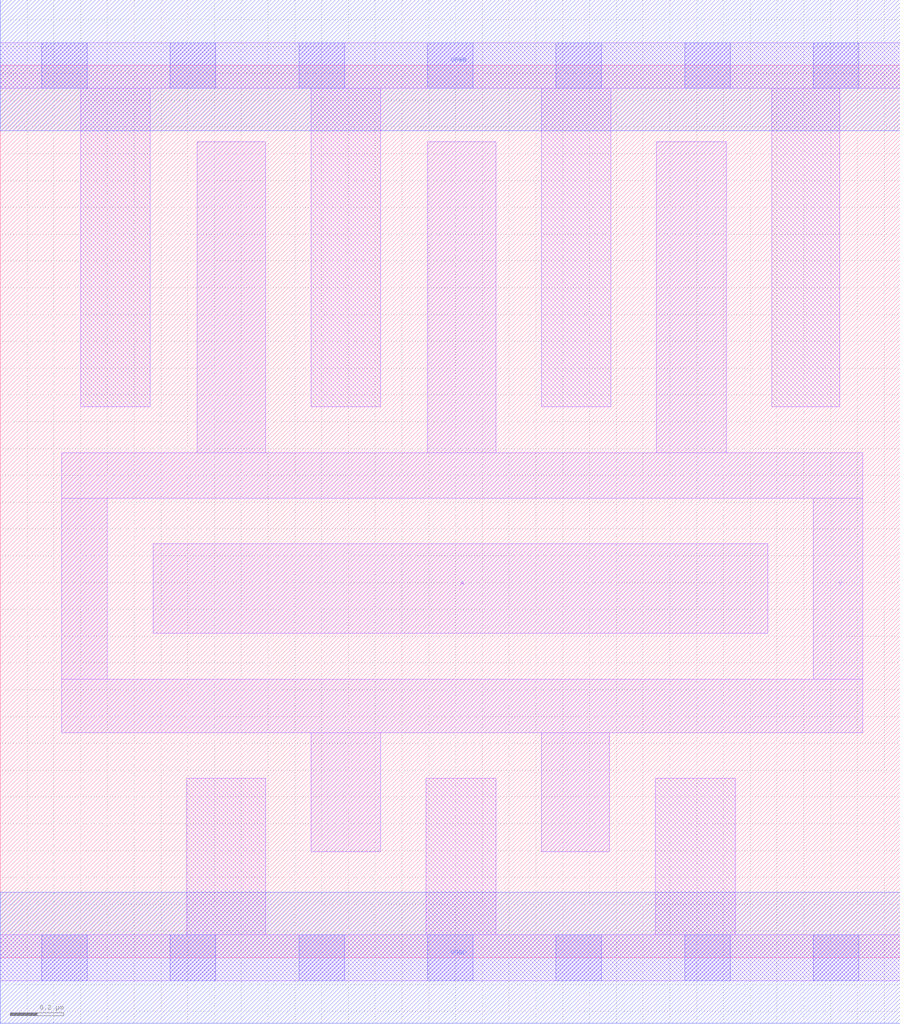
<source format=lef>
# Copyright 2020 The SkyWater PDK Authors
#
# Licensed under the Apache License, Version 2.0 (the "License");
# you may not use this file except in compliance with the License.
# You may obtain a copy of the License at
#
#     https://www.apache.org/licenses/LICENSE-2.0
#
# Unless required by applicable law or agreed to in writing, software
# distributed under the License is distributed on an "AS IS" BASIS,
# WITHOUT WARRANTIES OR CONDITIONS OF ANY KIND, either express or implied.
# See the License for the specific language governing permissions and
# limitations under the License.
#
# SPDX-License-Identifier: Apache-2.0

VERSION 5.7 ;
  NOWIREEXTENSIONATPIN ON ;
  DIVIDERCHAR "/" ;
  BUSBITCHARS "[]" ;
UNITS
  DATABASE MICRONS 200 ;
END UNITS
MACRO sky130_fd_sc_lp__clkinv_4
  CLASS CORE ;
  FOREIGN sky130_fd_sc_lp__clkinv_4 ;
  ORIGIN  0.000000  0.000000 ;
  SIZE  3.360000 BY  3.330000 ;
  SYMMETRY X Y R90 ;
  SITE unit ;
  PIN A
    ANTENNAGATEAREA  1.386000 ;
    DIRECTION INPUT ;
    USE SIGNAL ;
    PORT
      LAYER li1 ;
        RECT 0.570000 1.210000 2.865000 1.545000 ;
    END
  END A
  PIN Y
    ANTENNADIFFAREA  1.293600 ;
    DIRECTION OUTPUT ;
    USE SIGNAL ;
    PORT
      LAYER li1 ;
        RECT 0.230000 0.840000 3.220000 1.040000 ;
        RECT 0.230000 1.040000 0.400000 1.715000 ;
        RECT 0.230000 1.715000 3.220000 1.885000 ;
        RECT 0.735000 1.885000 0.990000 3.045000 ;
        RECT 1.160000 0.395000 1.420000 0.840000 ;
        RECT 1.595000 1.885000 1.850000 3.045000 ;
        RECT 2.020000 0.395000 2.275000 0.840000 ;
        RECT 2.450000 1.885000 2.710000 3.045000 ;
        RECT 3.035000 1.040000 3.220000 1.715000 ;
    END
  END Y
  PIN VGND
    DIRECTION INOUT ;
    USE GROUND ;
    PORT
      LAYER met1 ;
        RECT 0.000000 -0.245000 3.360000 0.245000 ;
    END
  END VGND
  PIN VPWR
    DIRECTION INOUT ;
    USE POWER ;
    PORT
      LAYER met1 ;
        RECT 0.000000 3.085000 3.360000 3.575000 ;
    END
  END VPWR
  OBS
    LAYER li1 ;
      RECT 0.000000 -0.085000 3.360000 0.085000 ;
      RECT 0.000000  3.245000 3.360000 3.415000 ;
      RECT 0.300000  2.055000 0.560000 3.245000 ;
      RECT 0.695000  0.085000 0.990000 0.670000 ;
      RECT 1.160000  2.055000 1.420000 3.245000 ;
      RECT 1.590000  0.085000 1.850000 0.670000 ;
      RECT 2.020000  2.055000 2.280000 3.245000 ;
      RECT 2.445000  0.085000 2.745000 0.670000 ;
      RECT 2.880000  2.055000 3.135000 3.245000 ;
    LAYER mcon ;
      RECT 0.155000 -0.085000 0.325000 0.085000 ;
      RECT 0.155000  3.245000 0.325000 3.415000 ;
      RECT 0.635000 -0.085000 0.805000 0.085000 ;
      RECT 0.635000  3.245000 0.805000 3.415000 ;
      RECT 1.115000 -0.085000 1.285000 0.085000 ;
      RECT 1.115000  3.245000 1.285000 3.415000 ;
      RECT 1.595000 -0.085000 1.765000 0.085000 ;
      RECT 1.595000  3.245000 1.765000 3.415000 ;
      RECT 2.075000 -0.085000 2.245000 0.085000 ;
      RECT 2.075000  3.245000 2.245000 3.415000 ;
      RECT 2.555000 -0.085000 2.725000 0.085000 ;
      RECT 2.555000  3.245000 2.725000 3.415000 ;
      RECT 3.035000 -0.085000 3.205000 0.085000 ;
      RECT 3.035000  3.245000 3.205000 3.415000 ;
  END
END sky130_fd_sc_lp__clkinv_4
END LIBRARY

</source>
